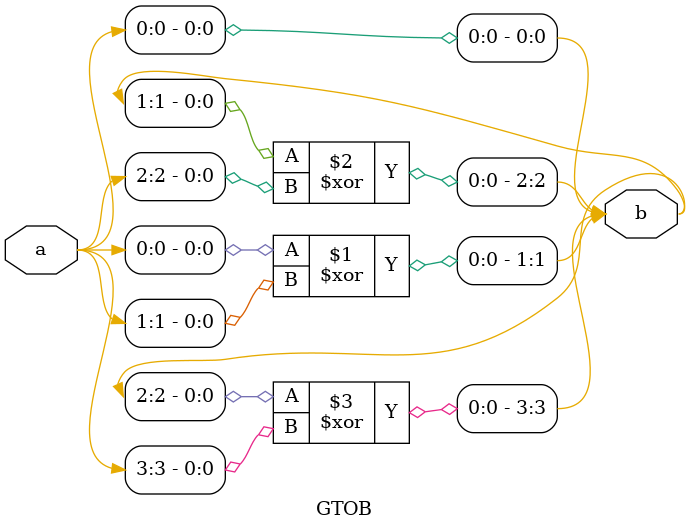
<source format=v>
module GTOB(a, b);

input [0:3] a;        // 4-bit Gray code input
output [0:3] b;       // 4-bit Binary output

// Assign the binary output based on the Gray code input
assign b[0] = a[0];                // The least significant bit remains the same
assign b[1] = b[0] ^ a[1];         // XOR with the previous binary bit
assign b[2] = b[1] ^ a[2];         // XOR with the next Gray bit
assign b[3] = b[2] ^ a[3];         // XOR with the next Gray bit

endmodule

</source>
